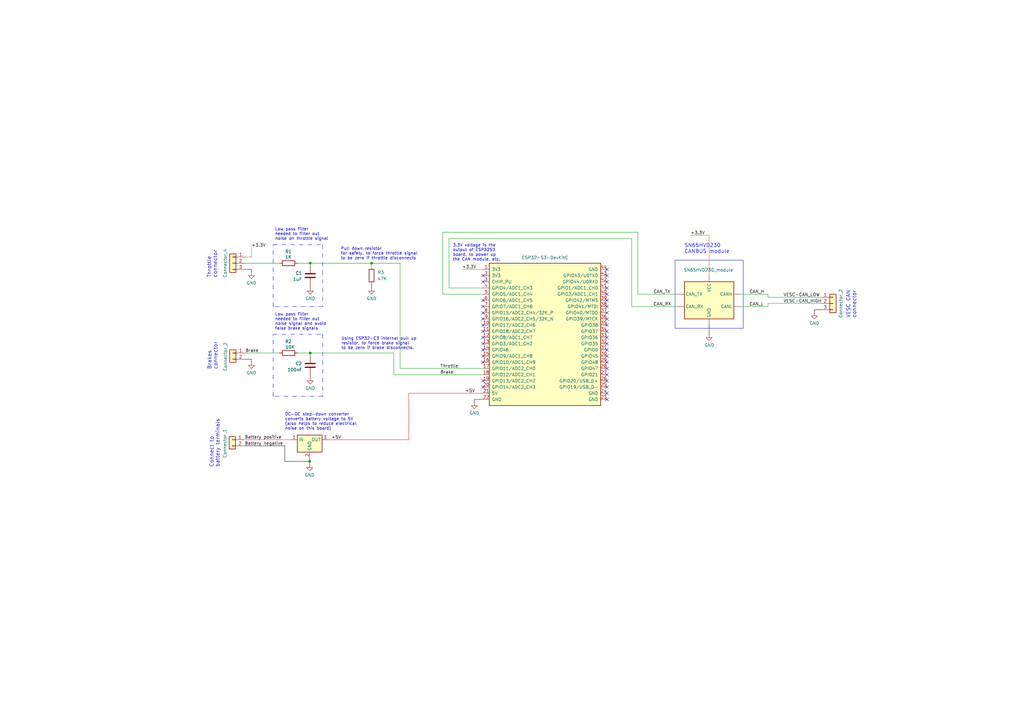
<source format=kicad_sch>
(kicad_sch (version 20231120) (generator "eeschema") (generator_version "8.0")
  (paper "A3")
  (lib_symbols
    (symbol "Connector_Generic:Conn_01x02" (pin_names (offset 1.016) hide)
      (property "Reference" "J" (at 0 2.54 0))
      (property "Value" "Conn_01x02" (at 0 -5.08 0))
      (symbol "Conn_01x02_1_1"
        (rectangle (start -1.27 -2.413) (end 0 -2.667) (stroke (width 0.1524)))
        (rectangle (start -1.27 0.127) (end 0 -0.127) (stroke (width 0.1524)))
        (rectangle (start -1.27 1.27) (end 1.27 -3.81) (stroke (width 0.254)) (fill (type background)))
        (pin passive line (at -5.08 0 0) (length 3.81) (name "Pin_1") (number "1"))
        (pin passive line (at -5.08 -2.54 0) (length 3.81) (name "Pin_2") (number "2"))
      )
    )
    (symbol "Connector_Generic:Conn_01x03" (pin_names (offset 1.016) hide)
      (property "Reference" "J" (at 0 5.08 0))
      (property "Value" "Conn_01x03" (at 0 -5.08 0))
      (symbol "Conn_01x03_1_1"
        (rectangle (start -1.27 -2.413) (end 0 -2.667) (stroke (width 0.1524)))
        (rectangle (start -1.27 0.127) (end 0 -0.127) (stroke (width 0.1524)))
        (rectangle (start -1.27 2.667) (end 0 2.413) (stroke (width 0.1524)))
        (rectangle (start -1.27 3.81) (end 1.27 -3.81) (stroke (width 0.254)) (fill (type background)))
        (pin passive line (at -5.08 2.54 0) (length 3.81) (name "Pin_1") (number "1"))
        (pin passive line (at -5.08 0 0) (length 3.81) (name "Pin_2") (number "2"))
        (pin passive line (at -5.08 -2.54 0) (length 3.81) (name "Pin_3") (number "3"))
      )
    )
    (symbol "Converter_DCDC:OKI-78SR-3.3_1.5-W36-C"
      (property "Reference" "U" (at -3.81 3.175 0))
      (property "Value" "OKI-78SR-3.3_1.5-W36-C" (at 0 3.175 0))
      (symbol "OKI-78SR-3.3_1.5-W36-C_0_1"
        (rectangle (start -5.08 1.905) (end 5.08 -5.08) (stroke (width 0.254)) (fill (type background)))
      )
      (symbol "OKI-78SR-3.3_1.5-W36-C_1_1"
        (pin power_in line (at -7.62 0 0) (length 2.54) (name "IN") (number "1"))
        (pin power_in line (at 0 -7.62 90) (length 2.54) (name "GND") (number "2"))
        (pin power_out line (at 7.62 0 180) (length 2.54) (name "OUT") (number "3"))
      )
    )
    (symbol "Device:C" (pin_numbers hide) (pin_names (offset 0.254))
      (property "Reference" "C" (at 0.635 2.54 0))
      (property "Value" "C" (at 0.635 -2.54 0))
      (symbol "C_0_1"
        (polyline (pts (xy -2.032 -0.762) (xy 2.032 -0.762)) (stroke (width 0.508)))
        (polyline (pts (xy -2.032 0.762) (xy 2.032 0.762)) (stroke (width 0.508)))
      )
      (symbol "C_1_1"
        (pin passive line (at 0 3.81 270) (length 2.794) (name "~") (number "1"))
        (pin passive line (at 0 -3.81 90) (length 2.794) (name "~") (number "2"))
      )
    )
    (symbol "Device:R" (pin_numbers hide) (pin_names (offset 0))
      (property "Reference" "R" (at 2.032 0 90))
      (property "Value" "R" (at 0 0 90))
      (symbol "R_0_1"
        (rectangle (start -1.016 -2.54) (end 1.016 2.54) (stroke (width 0.254)))
      )
      (symbol "R_1_1"
        (pin passive line (at 0 3.81 270) (length 1.27) (name "~") (number "1"))
        (pin passive line (at 0 -3.81 90) (length 1.27) (name "~") (number "2"))
      )
    )
    (symbol "Espressif:ESP32-S3-DevKitC" (pin_names (offset 1.016))
      (property "Reference" "U" (at -22.86 33.02 0))
      (property "Value" "ESP32-S3-DevKitC" (at -22.86 30.48 0))
      (symbol "ESP32-S3-DevKitC_0_0"
        (pin bidirectional line (at -25.4 -7.62 0) (length 2.54) (name "GPIO46") (number "14"))
        (pin bidirectional line (at -25.4 -20.32 0) (length 2.54) (name "GPIO13/ADC2_CH2") (number "19"))
        (pin power_in line (at -25.4 22.86 0) (length 2.54) (name "3V3") (number "2"))
        (pin bidirectional line (at 25.4 12.7 180) (length 2.54) (name "GPIO42/MTMS") (number "39"))
        (pin bidirectional line (at 25.4 15.24 180) (length 2.54) (name "GPIO2/ADC1_CH1") (number "40"))
        (pin bidirectional line (at 25.4 17.78 180) (length 2.54) (name "GPIO1/ADC1_CH0") (number "41"))
        (pin bidirectional line (at 25.4 20.32 180) (length 2.54) (name "GPIO44/U0RXD") (number "42"))
        (pin bidirectional line (at 25.4 22.86 180) (length 2.54) (name "GPIO43/U0TXD") (number "43"))
        (pin power_in line (at 25.4 25.4 180) (length 2.54) (name "GND") (number "44"))
      )
      (symbol "ESP32-S3-DevKitC_0_1"
        (rectangle (start -22.86 27.94) (end 22.86 -30.48) (stroke (width 0.254)) (fill (type background)))
      )
      (symbol "ESP32-S3-DevKitC_1_1"
        (pin power_in line (at -25.4 25.4 0) (length 2.54) (name "3V3") (number "1"))
        (pin bidirectional line (at -25.4 2.54 0) (length 2.54) (name "GPIO17/ADC2_CH6") (number "10"))
        (pin bidirectional line (at -25.4 0 0) (length 2.54) (name "GPIO18/ADC2_CH7") (number "11"))
        (pin bidirectional line (at -25.4 -2.54 0) (length 2.54) (name "GPIO8/ADC1_CH7") (number "12"))
        (pin bidirectional line (at -25.4 -5.08 0) (length 2.54) (name "GPIO3/ADC1_CH2") (number "13"))
        (pin bidirectional line (at -25.4 -10.16 0) (length 2.54) (name "GPIO9/ADC1_CH8") (number "15"))
        (pin bidirectional line (at -25.4 -12.7 0) (length 2.54) (name "GPIO10/ADC1_CH9") (number "16"))
        (pin bidirectional line (at -25.4 -15.24 0) (length 2.54) (name "GPIO11/ADC2_CH0") (number "17"))
        (pin bidirectional line (at -25.4 -17.78 0) (length 2.54) (name "GPIO12/ADC2_CH1") (number "18"))
        (pin bidirectional line (at -25.4 -22.86 0) (length 2.54) (name "GPIO14/ADC2_CH3") (number "20"))
        (pin power_in line (at -25.4 -25.4 0) (length 2.54) (name "5V") (number "21"))
        (pin power_in line (at -25.4 -27.94 0) (length 2.54) (name "GND") (number "22"))
        (pin power_in line (at 25.4 -27.94 180) (length 2.54) (name "GND") (number "23"))
        (pin power_in line (at 25.4 -25.4 180) (length 2.54) (name "GND") (number "24"))
        (pin bidirectional line (at 25.4 -22.86 180) (length 2.54) (name "GPIO19/USB_D-") (number "25"))
        (pin bidirectional line (at 25.4 -20.32 180) (length 2.54) (name "GPIO20/USB_D+") (number "26"))
        (pin bidirectional line (at 25.4 -17.78 180) (length 2.54) (name "GPIO21") (number "27"))
        (pin bidirectional line (at 25.4 -15.24 180) (length 2.54) (name "GPIO47") (number "28"))
        (pin bidirectional line (at 25.4 -12.7 180) (length 2.54) (name "GPIO48") (number "29"))
        (pin input line (at -25.4 20.32 0) (length 2.54) (name "CHIP_PU") (number "3"))
        (pin bidirectional line (at 25.4 -10.16 180) (length 2.54) (name "GPIO45") (number "30"))
        (pin bidirectional line (at 25.4 -7.62 180) (length 2.54) (name "GPIO0") (number "31"))
        (pin bidirectional line (at 25.4 -5.08 180) (length 2.54) (name "GPIO35") (number "32"))
        (pin bidirectional line (at 25.4 -2.54 180) (length 2.54) (name "GPIO36") (number "33"))
        (pin bidirectional line (at 25.4 0 180) (length 2.54) (name "GPIO37") (number "34"))
        (pin bidirectional line (at 25.4 2.54 180) (length 2.54) (name "GPIO38") (number "35"))
        (pin bidirectional line (at 25.4 5.08 180) (length 2.54) (name "GPIO39/MTCK") (number "36"))
        (pin bidirectional line (at 25.4 7.62 180) (length 2.54) (name "GPIO40/MTDO") (number "37"))
        (pin bidirectional line (at 25.4 10.16 180) (length 2.54) (name "GPIO41/MTDI") (number "38"))
        (pin bidirectional line (at -25.4 17.78 0) (length 2.54) (name "GPIO4/ADC1_CH3") (number "4"))
        (pin bidirectional line (at -25.4 15.24 0) (length 2.54) (name "GPIO5/ADC1_CH4") (number "5"))
        (pin bidirectional line (at -25.4 12.7 0) (length 2.54) (name "GPIO6/ADC1_CH5") (number "6"))
        (pin bidirectional line (at -25.4 10.16 0) (length 2.54) (name "GPIO7/ADC1_CH6") (number "7"))
        (pin bidirectional line (at -25.4 7.62 0) (length 2.54) (name "GPIO15/ADC2_CH4/32K_P") (number "8"))
        (pin bidirectional line (at -25.4 5.08 0) (length 2.54) (name "GPIO16/ADC2_CH5/32K_N") (number "9"))
      )
    )
    (symbol "TJA1050:TJA1050_module"
      (property "Value" "SN65HVD230_module" (at -10.414 12.446 0))
      (symbol "TJA1050_module_0_1"
        (rectangle (start -10.16 7.62) (end 10.16 -7.62) (stroke (width 0.254)) (fill (type background)))
      )
      (symbol "TJA1050_module_1_1"
        (pin bidirectional line (at 12.7 2.54 180) (length 2.54) (name "CANH") (number ""))
        (pin bidirectional line (at 12.7 -2.54 180) (length 2.54) (name "CANL") (number ""))
        (pin output line (at -12.7 -2.54 0) (length 2.54) (name "CAN_RX") (number ""))
        (pin input line (at -12.7 2.54 0) (length 2.54) (name "CAN_TX") (number ""))
        (pin power_in line (at 0 -10.16 90) (length 2.54) (name "GND") (number ""))
        (pin power_in line (at 0 10.16 270) (length 2.54) (name "VCC") (number ""))
      )
    )
    (symbol "power:GND" (power) (pin_names (offset 0))
      (property "Value" "GND" (at 0 -3.81 0))
      (symbol "GND_0_1"
        (polyline (pts (xy 0 0) (xy 0 -1.27) (xy 1.27 -1.27) (xy 0 -2.54) (xy -1.27 -1.27) (xy 0 -1.27)))
      )
      (symbol "GND_1_1"
        (pin power_in line (at 0 0 270) (length 0) hide (name "GND") (number "1"))
      )
    )
  )
  (junction (at 127 189.23))
  (junction (at 127.254 107.95))
  (junction (at 152.4 107.95))
  (junction (at 127.254 144.78))
  (no_connect (at 198.12 143.51))
  (no_connect (at 198.12 123.19))
  (no_connect (at 198.12 148.59))
  (no_connect (at 198.12 140.97))
  (no_connect (at 198.12 125.73))
  (no_connect (at 198.12 128.27))
  (no_connect (at 198.12 146.05))
  (no_connect (at 198.12 135.89))
  (no_connect (at 198.12 158.75))
  (no_connect (at 248.92 120.65))
  (no_connect (at 198.12 113.03))
  (no_connect (at 198.12 115.57))
  (no_connect (at 198.12 130.81))
  (no_connect (at 198.12 133.35))
  (no_connect (at 198.12 138.43))
  (no_connect (at 248.92 118.11))
  (no_connect (at 248.92 110.49))
  (no_connect (at 248.92 113.03))
  (no_connect (at 248.92 115.57))
  (no_connect (at 248.92 163.83))
  (no_connect (at 248.92 156.21))
  (no_connect (at 248.92 158.75))
  (no_connect (at 248.92 161.29))
  (no_connect (at 248.92 130.81))
  (no_connect (at 248.92 133.35))
  (no_connect (at 248.92 135.89))
  (no_connect (at 248.92 138.43))
  (no_connect (at 248.92 140.97))
  (no_connect (at 248.92 143.51))
  (no_connect (at 248.92 146.05))
  (no_connect (at 248.92 148.59))
  (no_connect (at 248.92 151.13))
  (no_connect (at 248.92 153.67))
  (no_connect (at 248.92 123.19))
  (no_connect (at 248.92 125.73))
  (no_connect (at 248.92 128.27))
  (no_connect (at 198.12 156.21))
  (wire (pts (xy 184.15 118.11) (xy 198.12 118.11)))
  (wire (pts (xy 167.64 180.34) (xy 167.64 161.29)) (stroke (width 0) (color 255 0 0 1)))
  (wire (pts (xy 184.15 118.11) (xy 184.15 97.79)))
  (wire (pts (xy 198.12 120.65) (xy 181.61 120.65)))
  (wire (pts (xy 290.83 133.35) (xy 290.83 137.16)) (stroke (width 0) (color 0 0 0 1)))
  (wire (pts (xy 303.53 125.73) (xy 314.96 125.73)))
  (wire (pts (xy 181.61 120.65) (xy 181.61 95.25)))
  (wire (pts (xy 152.4 107.95) (xy 164.084 107.95)))
  (wire (pts (xy 103.124 147.32) (xy 103.124 148.59)) (stroke (width 0) (color 0 0 0 1)))
  (wire (pts (xy 127.254 107.95) (xy 152.4 107.95)))
  (wire (pts (xy 161.544 144.78) (xy 161.544 153.67)))
  (polyline (pts (xy 276.86 106.68) (xy 304.8 106.68)))
  (wire (pts (xy 181.61 95.25) (xy 261.62 95.25)))
  (wire (pts (xy 303.53 120.65) (xy 314.96 120.65)))
  (polyline (pts (xy 304.8 134.62) (xy 276.86 134.62)))
  (polyline (pts (xy 112.014 125.73) (xy 112.014 100.33)) (stroke (width 0) (type dash_dot_dot)))
  (wire (pts (xy 261.62 120.65) (xy 278.13 120.65)))
  (wire (pts (xy 184.15 97.79) (xy 259.08 97.79)))
  (polyline (pts (xy 276.86 106.68) (xy 276.86 134.62)))
  (polyline (pts (xy 132.334 162.56) (xy 112.014 162.56)) (stroke (width 0) (type dash_dot_dot)))
  (wire (pts (xy 100.584 147.32) (xy 103.124 147.32)) (stroke (width 0) (color 0 0 0 1)))
  (wire (pts (xy 127.254 144.78) (xy 161.544 144.78)))
  (wire (pts (xy 314.96 121.92) (xy 336.55 121.92)))
  (wire (pts (xy 127.254 116.84) (xy 127.254 118.11)) (stroke (width 0) (color 0 0 0 1)))
  (wire (pts (xy 100.584 110.49) (xy 103.124 110.49)) (stroke (width 0) (color 0 0 0 1)))
  (wire (pts (xy 164.084 107.95) (xy 164.084 151.13)))
  (wire (pts (xy 100.33 182.88) (xy 116.84 182.88)) (stroke (width 0) (color 0 0 0 1)))
  (wire (pts (xy 100.584 144.78) (xy 114.554 144.78)))
  (polyline (pts (xy 132.334 100.33) (xy 132.334 125.73)) (stroke (width 0) (type dash_dot_dot)))
  (wire (pts (xy 134.62 180.34) (xy 167.64 180.34)) (stroke (width 0) (color 255 0 0 1)))
  (wire (pts (xy 261.62 95.25) (xy 261.62 120.65)))
  (polyline (pts (xy 132.334 125.73) (xy 112.014 125.73)) (stroke (width 0) (type dash_dot_dot)))
  (wire (pts (xy 314.96 124.46) (xy 336.55 124.46)))
  (wire (pts (xy 283.21 96.52) (xy 290.83 96.52)) (stroke (width 0) (color 204 102 0 1)))
  (wire (pts (xy 194.564 163.83) (xy 194.564 165.1)) (stroke (width 0) (color 0 0 0 1)))
  (wire (pts (xy 116.84 182.88) (xy 116.84 189.23)) (stroke (width 0) (color 0 0 0 1)))
  (polyline (pts (xy 112.014 100.33) (xy 132.334 100.33)) (stroke (width 0) (type dash_dot_dot)))
  (wire (pts (xy 198.12 153.67) (xy 161.544 153.67)))
  (wire (pts (xy 314.96 121.92) (xy 314.96 120.65)))
  (wire (pts (xy 198.12 163.83) (xy 194.564 163.83)) (stroke (width 0) (color 0 0 0 1)))
  (wire (pts (xy 259.08 97.79) (xy 259.08 125.73)))
  (wire (pts (xy 290.83 96.52) (xy 290.83 113.03)) (stroke (width 0) (color 204 102 0 1)))
  (polyline (pts (xy 132.334 137.16) (xy 132.334 162.56)) (stroke (width 0) (type dash_dot_dot)))
  (wire (pts (xy 100.584 105.41) (xy 103.124 105.41)) (stroke (width 0) (color 204 102 0 1)))
  (wire (pts (xy 127 187.96) (xy 127 189.23)) (stroke (width 0) (color 0 0 0 1)))
  (wire (pts (xy 259.08 125.73) (xy 278.13 125.73)))
  (wire (pts (xy 122.174 144.78) (xy 127.254 144.78)))
  (wire (pts (xy 127.254 144.78) (xy 127.254 146.05)))
  (wire (pts (xy 103.124 110.49) (xy 103.124 111.76)) (stroke (width 0) (color 0 0 0 1)))
  (wire (pts (xy 152.4 118.11) (xy 152.4 116.84)) (stroke (width 0) (color 0 0 0 1)))
  (wire (pts (xy 116.84 189.23) (xy 127 189.23)) (stroke (width 0) (color 0 0 0 1)))
  (wire (pts (xy 314.96 125.73) (xy 314.96 124.46)))
  (wire (pts (xy 152.4 107.95) (xy 152.4 109.22)))
  (wire (pts (xy 127.254 107.95) (xy 127.254 109.22)))
  (wire (pts (xy 103.124 101.6) (xy 103.124 105.41)) (stroke (width 0) (color 204 102 0 1)))
  (polyline (pts (xy 112.014 162.56) (xy 112.014 137.16)) (stroke (width 0) (type dash_dot_dot)))
  (wire (pts (xy 334.01 127) (xy 334.01 128.27)) (stroke (width 0) (color 0 0 0 1)))
  (wire (pts (xy 122.174 107.95) (xy 127.254 107.95)))
  (wire (pts (xy 127.254 153.67) (xy 127.254 154.94)) (stroke (width 0) (color 0 0 0 1)))
  (wire (pts (xy 127 189.23) (xy 127 190.5)) (stroke (width 0) (color 0 0 0 1)))
  (wire (pts (xy 164.084 151.13) (xy 198.12 151.13)))
  (polyline (pts (xy 112.014 137.16) (xy 132.334 137.16)) (stroke (width 0) (type dash_dot_dot)))
  (wire (pts (xy 336.55 127) (xy 334.01 127)) (stroke (width 0) (color 0 0 0 1)))
  (wire (pts (xy 198.12 110.49) (xy 189.484 110.49)) (stroke (width 0) (color 204 102 0 1)))
  (wire (pts (xy 100.584 107.95) (xy 114.554 107.95)))
  (polyline (pts (xy 304.8 106.68) (xy 304.8 134.62)))
  (wire (pts (xy 100.33 180.34) (xy 119.38 180.34)) (stroke (width 0) (color 255 0 130 1)))
  (wire (pts (xy 167.64 161.29) (xy 198.12 161.29)) (stroke (width 0) (color 255 0 0 1)))
  (text "Brakes\nconnector" (at 89.281 151.638 90) (effects (font (size 1.524 1.524)) (justify left bottom)))
  (text "Low pass filter\nneeded to filter out\nnoise on throttle signal\n" (at 112.776 98.679 0) (effects (font (size 1.2 1.2)) (justify left bottom)))
  (text "Low pass filter\nneeded to filter out\nnoise signal and avoid\nfalse brake signals\n" (at 112.776 135.509 0) (effects (font (size 1.2 1.2)) (justify left bottom)))
  (text "Pull down resistor\nfor safety, to force throttle signal\nto be zero if throttle disconnects " (at 139.7 106.68 0) (effects (font (size 1.2 1.2)) (justify left bottom)))
  (text "3.3V voltage is the\noutput of ESP32S3\nboard, to power up\nthe CAN module, etc." (at 185.674 107.188 0) (effects (font (size 1.2 1.2)) (justify left bottom)))
  (text "DC-DC step-down converter\nconverts battery voltage to 5V\n(also helps to reduce electrical\nnoise on this board)" (at 116.84 176.53 0) (effects (font (size 1.2 1.2)) (justify left bottom)))
  (text "VESC CAN\nconnector" (at 351.282 130.556 90) (effects (font (size 1.524 1.524)) (justify left bottom)))
  (text "SN65HVD230\nCANBUS module" (at 280.67 104.14 0) (effects (font (size 1.524 1.524)) (justify left bottom)))
  (text "Throttle \nconnector" (at 89.154 114.046 90) (effects (font (size 1.524 1.524)) (justify left bottom)))
  (text "Connect to\nbattery terminals" (at 90.17 191.77 90) (effects (font (size 1.524 1.524)) (justify left bottom)))
  (text "Using ESP32-C3 internal pull up\nresistor, to force brake signal\nto be zero if brake disconnects." (at 139.954 143.51 0) (effects (font (size 1.2 1.2)) (justify left bottom)))
  (label "VESC-CAN_HIGH" (at 321.31 124.46 0))
  (label "CAN_RX" (at 267.97 125.73 0))
  (label "Throttle" (at 180.594 151.13 0))
  (label "Brake" (at 180.594 153.67 0))
  (label "Battery negative" (at 100.33 182.88 0))
  (label "+3.3V" (at 283.21 96.52 0))
  (label "+5V" (at 190.754 161.29 0))
  (label "CAN_L" (at 307.34 125.73 0))
  (label "+3.3V" (at 189.484 110.49 0))
  (label "Battery positive" (at 100.33 180.34 0))
  (label "+5V" (at 135.89 180.34 0))
  (label "VESC-CAN_LOW" (at 321.31 121.92 0))
  (label "CAN_H" (at 307.34 120.65 0))
  (label "CAN_TX" (at 267.97 120.65 0))
  (label "+3.3V" (at 103.124 101.6 0))
  (label "Brake" (at 100.584 144.78 0))
  (symbol (lib_id "Device:R") (at 118.364 144.78 90) (unit 1)
    (property "Reference" "R2" (at 119.634 140.081 90) (effects (justify left)))
    (property "Value" "10K" (at 120.904 142.367 90) (effects (justify left)))
  )
  (symbol (lib_id "Connector_Generic:Conn_01x03") (at 95.504 107.95 0) (mirror y) (unit 1)
    (property "Reference" "J1" (effects (hide yes)))
    (property "Value" "Connector_4" (at 92.329 107.95 90))
  )
  (symbol (lib_id "power:GND") (at 103.124 111.76 0) (unit 1)
    (property "Reference" "#PWR01" (effects (hide yes)))
    (property "Value" "GND" (at 103.124 116.078 0))
  )
  (symbol (lib_id "power:GND") (at 127.254 118.11 0) (unit 1)
    (property "Reference" "#PWR04" (effects (hide yes)))
    (property "Value" "GND" (at 127.254 122.428 0))
  )
  (symbol (lib_id "Connector_Generic:Conn_01x02") (at 95.25 180.34 0) (mirror y) (unit 1)
    (property "Reference" "Connector_1" (at 92.202 181.864 90))
  )
  (symbol (lib_id "power:GND") (at 290.83 137.16 0) (unit 1)
    (property "Reference" "#PWR010" (effects (hide yes)))
    (property "Value" "GND" (at 290.957 141.5542 0))
  )
  (symbol (lib_id "Connector_Generic:Conn_01x02") (at 95.504 144.78 0) (mirror y) (unit 1)
    (property "Reference" "Connector_2" (at 92.456 146.304 90))
  )
  (symbol (lib_id "Device:C") (at 127.254 149.86 0) (unit 1)
    (property "Reference" "C2" (at 121.158 149.098 0) (effects (justify left)))
    (property "Value" "100nF" (at 117.856 151.638 0) (effects (justify left)))
  )
  (symbol (lib_id "Connector_Generic:Conn_01x03") (at 341.63 124.46 0) (unit 1)
    (property "Reference" "J2" (effects (hide yes)))
    (property "Value" "Connector_2" (at 344.805 124.46 90))
  )
  (symbol (lib_id "power:GND") (at 127.254 154.94 0) (unit 1)
    (property "Reference" "#PWR05" (effects (hide yes)))
    (property "Value" "GND" (at 127.254 159.258 0))
  )
  (symbol (lib_id "Device:R") (at 152.4 113.03 0) (unit 1)
    (property "Reference" "R3" (at 154.813 111.76 0) (effects (justify left)))
    (property "Value" "47K" (at 154.813 114.3 0) (effects (justify left)))
  )
  (symbol (lib_id "TJA1050:TJA1050_module") (at 290.83 123.19 0) (unit 1)
    (property "Reference" "U3" (effects (hide yes)))
    (property "Value" "SN65HVD230_module" (at 280.416 110.744 0) (effects (justify left)))
  )
  (symbol (lib_id "Converter_DCDC:OKI-78SR-3.3_1.5-W36-C") (at 127 180.34 0) (unit 1)
    (property "Reference" "U1" (effects (hide yes)))
    (property "Value" "Step-down converter  to 3.3V" (effects (hide yes)))
    (property "Footprint" "Converter_DCDC:Converter_DCDC_Murata_OKI-78SR_Vertical" (effects (hide yes)))
    (property "Datasheet" "https://power.murata.com/data/power/oki-78sr.pdf" (effects (hide yes)))
  )
  (symbol (lib_id "power:GND") (at 152.4 118.11 0) (unit 1)
    (property "Reference" "#PWR06" (effects (hide yes)))
    (property "Value" "GND" (at 152.4 122.428 0))
  )
  (symbol (lib_id "power:GND") (at 334.01 128.27 0) (mirror y) (unit 1)
    (property "Reference" "#PWR011" (effects (hide yes)))
    (property "Value" "GND" (at 334.01 132.588 0))
  )
  (symbol (lib_id "Device:R") (at 118.364 107.95 90) (unit 1)
    (property "Reference" "R1" (at 119.634 103.251 90) (effects (justify left)))
    (property "Value" "1K" (at 119.634 105.41 90) (effects (justify left)))
  )
  (symbol (lib_id "Espressif:ESP32-S3-DevKitC") (at 223.52 135.89 0) (unit 1)
    (property "Reference" "U2" (effects (hide yes)))
    (property "Value" "ESP32-S3-DevKitC" (at 223.52 105.664 0))
    (property "Footprint" "Espressif:ESP32-S3-DevKitC" (effects (hide yes)))
  )
  (symbol (lib_id "Device:C") (at 127.254 113.03 0) (unit 1)
    (property "Reference" "C1" (at 121.158 112.014 0) (effects (justify left)))
    (property "Value" "1uF" (at 120.142 114.554 0) (effects (justify left)))
  )
  (symbol (lib_id "power:GND") (at 194.564 165.1 0) (unit 1)
    (property "Reference" "#PWR07" (effects (hide yes)))
    (property "Value" "GND" (at 194.564 169.418 0))
  )
  (symbol (lib_id "power:GND") (at 103.124 148.59 0) (unit 1)
    (property "Reference" "#PWR02" (effects (hide yes)))
    (property "Value" "GND" (at 103.124 152.908 0))
  )
  (symbol (lib_id "power:GND") (at 127 190.5 0) (unit 1)
    (property "Reference" "#PWR03" (effects (hide yes)))
    (property "Value" "GND" (at 127 194.818 0))
  )
)
</source>
